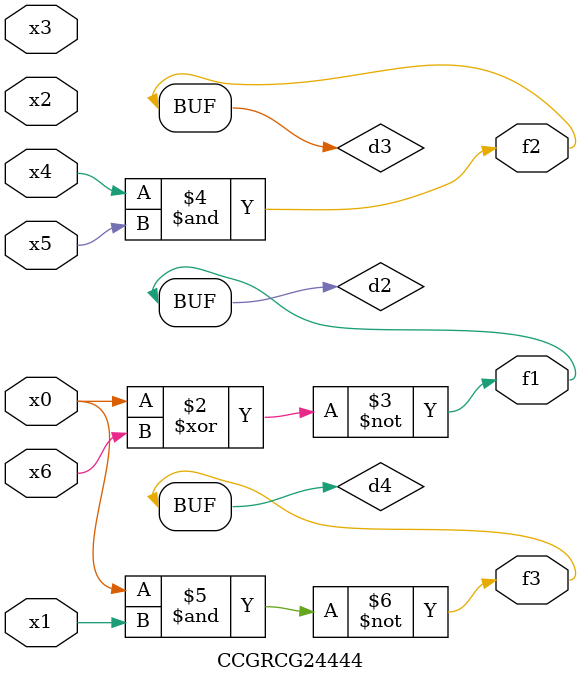
<source format=v>
module CCGRCG24444(
	input x0, x1, x2, x3, x4, x5, x6,
	output f1, f2, f3
);

	wire d1, d2, d3, d4;

	nor (d1, x0);
	xnor (d2, x0, x6);
	and (d3, x4, x5);
	nand (d4, x0, x1);
	assign f1 = d2;
	assign f2 = d3;
	assign f3 = d4;
endmodule

</source>
